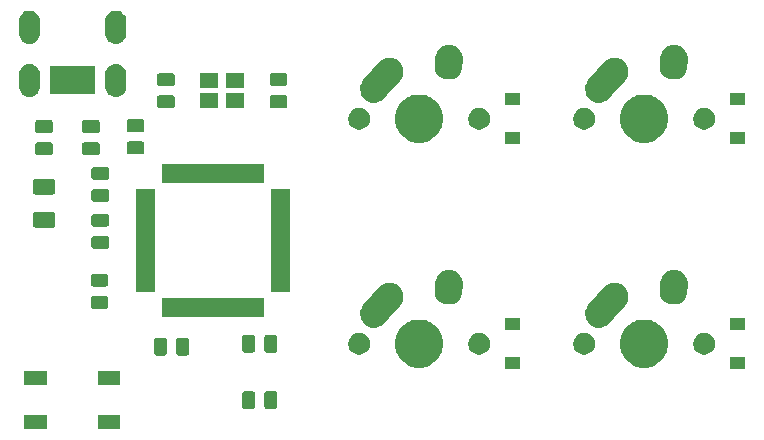
<source format=gbs>
G04 #@! TF.GenerationSoftware,KiCad,Pcbnew,(5.1.4-0-10_14)*
G04 #@! TF.CreationDate,2021-03-21T04:54:58+00:00*
G04 #@! TF.ProjectId,aio3,61696f33-2e6b-4696-9361-645f70636258,rev?*
G04 #@! TF.SameCoordinates,Original*
G04 #@! TF.FileFunction,Soldermask,Bot*
G04 #@! TF.FilePolarity,Negative*
%FSLAX46Y46*%
G04 Gerber Fmt 4.6, Leading zero omitted, Abs format (unit mm)*
G04 Created by KiCad (PCBNEW (5.1.4-0-10_14)) date 2021-03-21 04:54:58*
%MOMM*%
%LPD*%
G04 APERTURE LIST*
%ADD10C,0.100000*%
G04 APERTURE END LIST*
D10*
G36*
X86632750Y-97510500D02*
G01*
X84730750Y-97510500D01*
X84730750Y-96308500D01*
X86632750Y-96308500D01*
X86632750Y-97510500D01*
X86632750Y-97510500D01*
G37*
G36*
X80432750Y-97510500D02*
G01*
X78530750Y-97510500D01*
X78530750Y-96308500D01*
X80432750Y-96308500D01*
X80432750Y-97510500D01*
X80432750Y-97510500D01*
G37*
G36*
X99766218Y-94313065D02*
G01*
X99804888Y-94324796D01*
X99840527Y-94343846D01*
X99871767Y-94369483D01*
X99897404Y-94400723D01*
X99916454Y-94436362D01*
X99928185Y-94475032D01*
X99932750Y-94521388D01*
X99932750Y-95597612D01*
X99928185Y-95643968D01*
X99916454Y-95682638D01*
X99897404Y-95718277D01*
X99871767Y-95749517D01*
X99840527Y-95775154D01*
X99804888Y-95794204D01*
X99766218Y-95805935D01*
X99719862Y-95810500D01*
X99068638Y-95810500D01*
X99022282Y-95805935D01*
X98983612Y-95794204D01*
X98947973Y-95775154D01*
X98916733Y-95749517D01*
X98891096Y-95718277D01*
X98872046Y-95682638D01*
X98860315Y-95643968D01*
X98855750Y-95597612D01*
X98855750Y-94521388D01*
X98860315Y-94475032D01*
X98872046Y-94436362D01*
X98891096Y-94400723D01*
X98916733Y-94369483D01*
X98947973Y-94343846D01*
X98983612Y-94324796D01*
X99022282Y-94313065D01*
X99068638Y-94308500D01*
X99719862Y-94308500D01*
X99766218Y-94313065D01*
X99766218Y-94313065D01*
G37*
G36*
X97891218Y-94313065D02*
G01*
X97929888Y-94324796D01*
X97965527Y-94343846D01*
X97996767Y-94369483D01*
X98022404Y-94400723D01*
X98041454Y-94436362D01*
X98053185Y-94475032D01*
X98057750Y-94521388D01*
X98057750Y-95597612D01*
X98053185Y-95643968D01*
X98041454Y-95682638D01*
X98022404Y-95718277D01*
X97996767Y-95749517D01*
X97965527Y-95775154D01*
X97929888Y-95794204D01*
X97891218Y-95805935D01*
X97844862Y-95810500D01*
X97193638Y-95810500D01*
X97147282Y-95805935D01*
X97108612Y-95794204D01*
X97072973Y-95775154D01*
X97041733Y-95749517D01*
X97016096Y-95718277D01*
X96997046Y-95682638D01*
X96985315Y-95643968D01*
X96980750Y-95597612D01*
X96980750Y-94521388D01*
X96985315Y-94475032D01*
X96997046Y-94436362D01*
X97016096Y-94400723D01*
X97041733Y-94369483D01*
X97072973Y-94343846D01*
X97108612Y-94324796D01*
X97147282Y-94313065D01*
X97193638Y-94308500D01*
X97844862Y-94308500D01*
X97891218Y-94313065D01*
X97891218Y-94313065D01*
G37*
G36*
X86632750Y-93810500D02*
G01*
X84730750Y-93810500D01*
X84730750Y-92608500D01*
X86632750Y-92608500D01*
X86632750Y-93810500D01*
X86632750Y-93810500D01*
G37*
G36*
X80432750Y-93810500D02*
G01*
X78530750Y-93810500D01*
X78530750Y-92608500D01*
X80432750Y-92608500D01*
X80432750Y-93810500D01*
X80432750Y-93810500D01*
G37*
G36*
X139589000Y-92448000D02*
G01*
X138287000Y-92448000D01*
X138287000Y-91446000D01*
X139589000Y-91446000D01*
X139589000Y-92448000D01*
X139589000Y-92448000D01*
G37*
G36*
X120539000Y-92448000D02*
G01*
X119237000Y-92448000D01*
X119237000Y-91446000D01*
X120539000Y-91446000D01*
X120539000Y-92448000D01*
X120539000Y-92448000D01*
G37*
G36*
X131596974Y-88330684D02*
G01*
X131814974Y-88420983D01*
X131969123Y-88484833D01*
X132304048Y-88708623D01*
X132588877Y-88993452D01*
X132812667Y-89328377D01*
X132845062Y-89406586D01*
X132966816Y-89700526D01*
X133045400Y-90095594D01*
X133045400Y-90498406D01*
X132966816Y-90893474D01*
X132915951Y-91016272D01*
X132812667Y-91265623D01*
X132588877Y-91600548D01*
X132304048Y-91885377D01*
X131969123Y-92109167D01*
X131814974Y-92173017D01*
X131596974Y-92263316D01*
X131201906Y-92341900D01*
X130799094Y-92341900D01*
X130404026Y-92263316D01*
X130186026Y-92173017D01*
X130031877Y-92109167D01*
X129696952Y-91885377D01*
X129412123Y-91600548D01*
X129188333Y-91265623D01*
X129085049Y-91016272D01*
X129034184Y-90893474D01*
X128955600Y-90498406D01*
X128955600Y-90095594D01*
X129034184Y-89700526D01*
X129155938Y-89406586D01*
X129188333Y-89328377D01*
X129412123Y-88993452D01*
X129696952Y-88708623D01*
X130031877Y-88484833D01*
X130186026Y-88420983D01*
X130404026Y-88330684D01*
X130799094Y-88252100D01*
X131201906Y-88252100D01*
X131596974Y-88330684D01*
X131596974Y-88330684D01*
G37*
G36*
X112546974Y-88330684D02*
G01*
X112764974Y-88420983D01*
X112919123Y-88484833D01*
X113254048Y-88708623D01*
X113538877Y-88993452D01*
X113762667Y-89328377D01*
X113795062Y-89406586D01*
X113916816Y-89700526D01*
X113995400Y-90095594D01*
X113995400Y-90498406D01*
X113916816Y-90893474D01*
X113865951Y-91016272D01*
X113762667Y-91265623D01*
X113538877Y-91600548D01*
X113254048Y-91885377D01*
X112919123Y-92109167D01*
X112764974Y-92173017D01*
X112546974Y-92263316D01*
X112151906Y-92341900D01*
X111749094Y-92341900D01*
X111354026Y-92263316D01*
X111136026Y-92173017D01*
X110981877Y-92109167D01*
X110646952Y-91885377D01*
X110362123Y-91600548D01*
X110138333Y-91265623D01*
X110035049Y-91016272D01*
X109984184Y-90893474D01*
X109905600Y-90498406D01*
X109905600Y-90095594D01*
X109984184Y-89700526D01*
X110105938Y-89406586D01*
X110138333Y-89328377D01*
X110362123Y-88993452D01*
X110646952Y-88708623D01*
X110981877Y-88484833D01*
X111136026Y-88420983D01*
X111354026Y-88330684D01*
X111749094Y-88252100D01*
X112151906Y-88252100D01*
X112546974Y-88330684D01*
X112546974Y-88330684D01*
G37*
G36*
X92304968Y-89804565D02*
G01*
X92343638Y-89816296D01*
X92379277Y-89835346D01*
X92410517Y-89860983D01*
X92436154Y-89892223D01*
X92455204Y-89927862D01*
X92466935Y-89966532D01*
X92471500Y-90012888D01*
X92471500Y-91089112D01*
X92466935Y-91135468D01*
X92455204Y-91174138D01*
X92436154Y-91209777D01*
X92410517Y-91241017D01*
X92379277Y-91266654D01*
X92343638Y-91285704D01*
X92304968Y-91297435D01*
X92258612Y-91302000D01*
X91607388Y-91302000D01*
X91561032Y-91297435D01*
X91522362Y-91285704D01*
X91486723Y-91266654D01*
X91455483Y-91241017D01*
X91429846Y-91209777D01*
X91410796Y-91174138D01*
X91399065Y-91135468D01*
X91394500Y-91089112D01*
X91394500Y-90012888D01*
X91399065Y-89966532D01*
X91410796Y-89927862D01*
X91429846Y-89892223D01*
X91455483Y-89860983D01*
X91486723Y-89835346D01*
X91522362Y-89816296D01*
X91561032Y-89804565D01*
X91607388Y-89800000D01*
X92258612Y-89800000D01*
X92304968Y-89804565D01*
X92304968Y-89804565D01*
G37*
G36*
X90429968Y-89804565D02*
G01*
X90468638Y-89816296D01*
X90504277Y-89835346D01*
X90535517Y-89860983D01*
X90561154Y-89892223D01*
X90580204Y-89927862D01*
X90591935Y-89966532D01*
X90596500Y-90012888D01*
X90596500Y-91089112D01*
X90591935Y-91135468D01*
X90580204Y-91174138D01*
X90561154Y-91209777D01*
X90535517Y-91241017D01*
X90504277Y-91266654D01*
X90468638Y-91285704D01*
X90429968Y-91297435D01*
X90383612Y-91302000D01*
X89732388Y-91302000D01*
X89686032Y-91297435D01*
X89647362Y-91285704D01*
X89611723Y-91266654D01*
X89580483Y-91241017D01*
X89554846Y-91209777D01*
X89535796Y-91174138D01*
X89524065Y-91135468D01*
X89519500Y-91089112D01*
X89519500Y-90012888D01*
X89524065Y-89966532D01*
X89535796Y-89927862D01*
X89554846Y-89892223D01*
X89580483Y-89860983D01*
X89611723Y-89835346D01*
X89647362Y-89816296D01*
X89686032Y-89804565D01*
X89732388Y-89800000D01*
X90383612Y-89800000D01*
X90429968Y-89804565D01*
X90429968Y-89804565D01*
G37*
G36*
X117300604Y-89406585D02*
G01*
X117469126Y-89476389D01*
X117620791Y-89577728D01*
X117749772Y-89706709D01*
X117851111Y-89858374D01*
X117920915Y-90026896D01*
X117956500Y-90205797D01*
X117956500Y-90388203D01*
X117920915Y-90567104D01*
X117851111Y-90735626D01*
X117749772Y-90887291D01*
X117620791Y-91016272D01*
X117469126Y-91117611D01*
X117300604Y-91187415D01*
X117121703Y-91223000D01*
X116939297Y-91223000D01*
X116760396Y-91187415D01*
X116591874Y-91117611D01*
X116440209Y-91016272D01*
X116311228Y-90887291D01*
X116209889Y-90735626D01*
X116140085Y-90567104D01*
X116104500Y-90388203D01*
X116104500Y-90205797D01*
X116140085Y-90026896D01*
X116209889Y-89858374D01*
X116311228Y-89706709D01*
X116440209Y-89577728D01*
X116591874Y-89476389D01*
X116760396Y-89406585D01*
X116939297Y-89371000D01*
X117121703Y-89371000D01*
X117300604Y-89406585D01*
X117300604Y-89406585D01*
G37*
G36*
X107140604Y-89406585D02*
G01*
X107309126Y-89476389D01*
X107460791Y-89577728D01*
X107589772Y-89706709D01*
X107691111Y-89858374D01*
X107760915Y-90026896D01*
X107796500Y-90205797D01*
X107796500Y-90388203D01*
X107760915Y-90567104D01*
X107691111Y-90735626D01*
X107589772Y-90887291D01*
X107460791Y-91016272D01*
X107309126Y-91117611D01*
X107140604Y-91187415D01*
X106961703Y-91223000D01*
X106779297Y-91223000D01*
X106600396Y-91187415D01*
X106431874Y-91117611D01*
X106280209Y-91016272D01*
X106151228Y-90887291D01*
X106049889Y-90735626D01*
X105980085Y-90567104D01*
X105944500Y-90388203D01*
X105944500Y-90205797D01*
X105980085Y-90026896D01*
X106049889Y-89858374D01*
X106151228Y-89706709D01*
X106280209Y-89577728D01*
X106431874Y-89476389D01*
X106600396Y-89406585D01*
X106779297Y-89371000D01*
X106961703Y-89371000D01*
X107140604Y-89406585D01*
X107140604Y-89406585D01*
G37*
G36*
X136350604Y-89406585D02*
G01*
X136519126Y-89476389D01*
X136670791Y-89577728D01*
X136799772Y-89706709D01*
X136901111Y-89858374D01*
X136970915Y-90026896D01*
X137006500Y-90205797D01*
X137006500Y-90388203D01*
X136970915Y-90567104D01*
X136901111Y-90735626D01*
X136799772Y-90887291D01*
X136670791Y-91016272D01*
X136519126Y-91117611D01*
X136350604Y-91187415D01*
X136171703Y-91223000D01*
X135989297Y-91223000D01*
X135810396Y-91187415D01*
X135641874Y-91117611D01*
X135490209Y-91016272D01*
X135361228Y-90887291D01*
X135259889Y-90735626D01*
X135190085Y-90567104D01*
X135154500Y-90388203D01*
X135154500Y-90205797D01*
X135190085Y-90026896D01*
X135259889Y-89858374D01*
X135361228Y-89706709D01*
X135490209Y-89577728D01*
X135641874Y-89476389D01*
X135810396Y-89406585D01*
X135989297Y-89371000D01*
X136171703Y-89371000D01*
X136350604Y-89406585D01*
X136350604Y-89406585D01*
G37*
G36*
X126190604Y-89406585D02*
G01*
X126359126Y-89476389D01*
X126510791Y-89577728D01*
X126639772Y-89706709D01*
X126741111Y-89858374D01*
X126810915Y-90026896D01*
X126846500Y-90205797D01*
X126846500Y-90388203D01*
X126810915Y-90567104D01*
X126741111Y-90735626D01*
X126639772Y-90887291D01*
X126510791Y-91016272D01*
X126359126Y-91117611D01*
X126190604Y-91187415D01*
X126011703Y-91223000D01*
X125829297Y-91223000D01*
X125650396Y-91187415D01*
X125481874Y-91117611D01*
X125330209Y-91016272D01*
X125201228Y-90887291D01*
X125099889Y-90735626D01*
X125030085Y-90567104D01*
X124994500Y-90388203D01*
X124994500Y-90205797D01*
X125030085Y-90026896D01*
X125099889Y-89858374D01*
X125201228Y-89706709D01*
X125330209Y-89577728D01*
X125481874Y-89476389D01*
X125650396Y-89406585D01*
X125829297Y-89371000D01*
X126011703Y-89371000D01*
X126190604Y-89406585D01*
X126190604Y-89406585D01*
G37*
G36*
X97891218Y-89550565D02*
G01*
X97929888Y-89562296D01*
X97965527Y-89581346D01*
X97996767Y-89606983D01*
X98022404Y-89638223D01*
X98041454Y-89673862D01*
X98053185Y-89712532D01*
X98057750Y-89758888D01*
X98057750Y-90835112D01*
X98053185Y-90881468D01*
X98041454Y-90920138D01*
X98022404Y-90955777D01*
X97996767Y-90987017D01*
X97965527Y-91012654D01*
X97929888Y-91031704D01*
X97891218Y-91043435D01*
X97844862Y-91048000D01*
X97193638Y-91048000D01*
X97147282Y-91043435D01*
X97108612Y-91031704D01*
X97072973Y-91012654D01*
X97041733Y-90987017D01*
X97016096Y-90955777D01*
X96997046Y-90920138D01*
X96985315Y-90881468D01*
X96980750Y-90835112D01*
X96980750Y-89758888D01*
X96985315Y-89712532D01*
X96997046Y-89673862D01*
X97016096Y-89638223D01*
X97041733Y-89606983D01*
X97072973Y-89581346D01*
X97108612Y-89562296D01*
X97147282Y-89550565D01*
X97193638Y-89546000D01*
X97844862Y-89546000D01*
X97891218Y-89550565D01*
X97891218Y-89550565D01*
G37*
G36*
X99766218Y-89550565D02*
G01*
X99804888Y-89562296D01*
X99840527Y-89581346D01*
X99871767Y-89606983D01*
X99897404Y-89638223D01*
X99916454Y-89673862D01*
X99928185Y-89712532D01*
X99932750Y-89758888D01*
X99932750Y-90835112D01*
X99928185Y-90881468D01*
X99916454Y-90920138D01*
X99897404Y-90955777D01*
X99871767Y-90987017D01*
X99840527Y-91012654D01*
X99804888Y-91031704D01*
X99766218Y-91043435D01*
X99719862Y-91048000D01*
X99068638Y-91048000D01*
X99022282Y-91043435D01*
X98983612Y-91031704D01*
X98947973Y-91012654D01*
X98916733Y-90987017D01*
X98891096Y-90955777D01*
X98872046Y-90920138D01*
X98860315Y-90881468D01*
X98855750Y-90835112D01*
X98855750Y-89758888D01*
X98860315Y-89712532D01*
X98872046Y-89673862D01*
X98891096Y-89638223D01*
X98916733Y-89606983D01*
X98947973Y-89581346D01*
X98983612Y-89562296D01*
X99022282Y-89550565D01*
X99068638Y-89546000D01*
X99719862Y-89546000D01*
X99766218Y-89550565D01*
X99766218Y-89550565D01*
G37*
G36*
X120539000Y-89148000D02*
G01*
X119237000Y-89148000D01*
X119237000Y-88146000D01*
X120539000Y-88146000D01*
X120539000Y-89148000D01*
X120539000Y-89148000D01*
G37*
G36*
X139589000Y-89148000D02*
G01*
X138287000Y-89148000D01*
X138287000Y-88146000D01*
X139589000Y-88146000D01*
X139589000Y-89148000D01*
X139589000Y-89148000D01*
G37*
G36*
X109473705Y-85120881D02*
G01*
X109479145Y-85121000D01*
X109566328Y-85121000D01*
X109582597Y-85124236D01*
X109601456Y-85126515D01*
X109618032Y-85127246D01*
X109702723Y-85148010D01*
X109708018Y-85149184D01*
X109793527Y-85166193D01*
X109808862Y-85172545D01*
X109826901Y-85178455D01*
X109843021Y-85182407D01*
X109922004Y-85219280D01*
X109926994Y-85221477D01*
X110007545Y-85254842D01*
X110021341Y-85264060D01*
X110037893Y-85273382D01*
X110052926Y-85280400D01*
X110123194Y-85331971D01*
X110127692Y-85335122D01*
X110200156Y-85383541D01*
X110211883Y-85395268D01*
X110226309Y-85407648D01*
X110239679Y-85417461D01*
X110239680Y-85417462D01*
X110298521Y-85481733D01*
X110302329Y-85485714D01*
X110363959Y-85547344D01*
X110373174Y-85561135D01*
X110384896Y-85576078D01*
X110396105Y-85588321D01*
X110441299Y-85662874D01*
X110444246Y-85667501D01*
X110492658Y-85739955D01*
X110499005Y-85755277D01*
X110507592Y-85772231D01*
X110516191Y-85786417D01*
X110545978Y-85868368D01*
X110547952Y-85873448D01*
X110581307Y-85953973D01*
X110581307Y-85953974D01*
X110584541Y-85970233D01*
X110589658Y-85988542D01*
X110595325Y-86004134D01*
X110608555Y-86090345D01*
X110609501Y-86095713D01*
X110626500Y-86181173D01*
X110626500Y-86197752D01*
X110627944Y-86216692D01*
X110630463Y-86233104D01*
X110626620Y-86320249D01*
X110626500Y-86325689D01*
X110626500Y-86412826D01*
X110625628Y-86417212D01*
X110623266Y-86429083D01*
X110620988Y-86447941D01*
X110620256Y-86464531D01*
X110599488Y-86549237D01*
X110598312Y-86554537D01*
X110581307Y-86640027D01*
X110574957Y-86655357D01*
X110569049Y-86673393D01*
X110565095Y-86689520D01*
X110528211Y-86768526D01*
X110526011Y-86773523D01*
X110492658Y-86854045D01*
X110483444Y-86867835D01*
X110474122Y-86884387D01*
X110467102Y-86899424D01*
X110415511Y-86969720D01*
X110412366Y-86974210D01*
X110363961Y-87046654D01*
X110306960Y-87103655D01*
X110302311Y-87108563D01*
X109870811Y-87589470D01*
X108977223Y-88585376D01*
X108849179Y-88702602D01*
X108750131Y-88762645D01*
X108651083Y-88822689D01*
X108433366Y-88901823D01*
X108204395Y-88936961D01*
X107972970Y-88926754D01*
X107747981Y-88871593D01*
X107643227Y-88822689D01*
X107538079Y-88773602D01*
X107441338Y-88702602D01*
X107351323Y-88636539D01*
X107276894Y-88555241D01*
X107194898Y-88465679D01*
X107113064Y-88330685D01*
X107074811Y-88267583D01*
X106995677Y-88049866D01*
X106960539Y-87820895D01*
X106970746Y-87589470D01*
X107025907Y-87364481D01*
X107085992Y-87235777D01*
X107123898Y-87154580D01*
X107152864Y-87115112D01*
X107226614Y-87014622D01*
X107981745Y-86173027D01*
X108513287Y-85580621D01*
X108524181Y-85566589D01*
X108537039Y-85547346D01*
X108594073Y-85490312D01*
X108598723Y-85485403D01*
X108613778Y-85468624D01*
X108635201Y-85449011D01*
X108639182Y-85445203D01*
X108700846Y-85383539D01*
X108714643Y-85374320D01*
X108729602Y-85362585D01*
X108741821Y-85351398D01*
X108785140Y-85325138D01*
X108816330Y-85306231D01*
X108820921Y-85303308D01*
X108893455Y-85254842D01*
X108908800Y-85248486D01*
X108925748Y-85239901D01*
X108939916Y-85231312D01*
X108939917Y-85231312D01*
X108939918Y-85231311D01*
X109021812Y-85201545D01*
X109026910Y-85199563D01*
X109107473Y-85166193D01*
X109123752Y-85162955D01*
X109142042Y-85157844D01*
X109157635Y-85152177D01*
X109243800Y-85138954D01*
X109249163Y-85138009D01*
X109334673Y-85121000D01*
X109351266Y-85121000D01*
X109370209Y-85119555D01*
X109386606Y-85117039D01*
X109473705Y-85120881D01*
X109473705Y-85120881D01*
G37*
G36*
X128523705Y-85120881D02*
G01*
X128529145Y-85121000D01*
X128616328Y-85121000D01*
X128632597Y-85124236D01*
X128651456Y-85126515D01*
X128668032Y-85127246D01*
X128752723Y-85148010D01*
X128758018Y-85149184D01*
X128843527Y-85166193D01*
X128858862Y-85172545D01*
X128876901Y-85178455D01*
X128893021Y-85182407D01*
X128972004Y-85219280D01*
X128976994Y-85221477D01*
X129057545Y-85254842D01*
X129071341Y-85264060D01*
X129087893Y-85273382D01*
X129102926Y-85280400D01*
X129173194Y-85331971D01*
X129177692Y-85335122D01*
X129250156Y-85383541D01*
X129261883Y-85395268D01*
X129276309Y-85407648D01*
X129289679Y-85417461D01*
X129289680Y-85417462D01*
X129348521Y-85481733D01*
X129352329Y-85485714D01*
X129413959Y-85547344D01*
X129423174Y-85561135D01*
X129434896Y-85576078D01*
X129446105Y-85588321D01*
X129491299Y-85662874D01*
X129494246Y-85667501D01*
X129542658Y-85739955D01*
X129549005Y-85755277D01*
X129557592Y-85772231D01*
X129566191Y-85786417D01*
X129595978Y-85868368D01*
X129597952Y-85873448D01*
X129631307Y-85953973D01*
X129631307Y-85953974D01*
X129634541Y-85970233D01*
X129639658Y-85988542D01*
X129645325Y-86004134D01*
X129658555Y-86090345D01*
X129659501Y-86095713D01*
X129676500Y-86181173D01*
X129676500Y-86197752D01*
X129677944Y-86216692D01*
X129680463Y-86233104D01*
X129676620Y-86320249D01*
X129676500Y-86325689D01*
X129676500Y-86412826D01*
X129675628Y-86417212D01*
X129673266Y-86429083D01*
X129670988Y-86447941D01*
X129670256Y-86464531D01*
X129649488Y-86549237D01*
X129648312Y-86554537D01*
X129631307Y-86640027D01*
X129624957Y-86655357D01*
X129619049Y-86673393D01*
X129615095Y-86689520D01*
X129578211Y-86768526D01*
X129576011Y-86773523D01*
X129542658Y-86854045D01*
X129533444Y-86867835D01*
X129524122Y-86884387D01*
X129517102Y-86899424D01*
X129465511Y-86969720D01*
X129462366Y-86974210D01*
X129413961Y-87046654D01*
X129356960Y-87103655D01*
X129352311Y-87108563D01*
X128920811Y-87589470D01*
X128027223Y-88585376D01*
X127899179Y-88702602D01*
X127800131Y-88762645D01*
X127701083Y-88822689D01*
X127483366Y-88901823D01*
X127254395Y-88936961D01*
X127022970Y-88926754D01*
X126797981Y-88871593D01*
X126693227Y-88822689D01*
X126588079Y-88773602D01*
X126491338Y-88702602D01*
X126401323Y-88636539D01*
X126326894Y-88555241D01*
X126244898Y-88465679D01*
X126163064Y-88330685D01*
X126124811Y-88267583D01*
X126045677Y-88049866D01*
X126010539Y-87820895D01*
X126020746Y-87589470D01*
X126075907Y-87364481D01*
X126135992Y-87235777D01*
X126173898Y-87154580D01*
X126202864Y-87115112D01*
X126276614Y-87014622D01*
X127031745Y-86173027D01*
X127563287Y-85580621D01*
X127574181Y-85566589D01*
X127587039Y-85547346D01*
X127644073Y-85490312D01*
X127648723Y-85485403D01*
X127663778Y-85468624D01*
X127685201Y-85449011D01*
X127689182Y-85445203D01*
X127750846Y-85383539D01*
X127764643Y-85374320D01*
X127779602Y-85362585D01*
X127791821Y-85351398D01*
X127835140Y-85325138D01*
X127866330Y-85306231D01*
X127870921Y-85303308D01*
X127943455Y-85254842D01*
X127958800Y-85248486D01*
X127975748Y-85239901D01*
X127989916Y-85231312D01*
X127989917Y-85231312D01*
X127989918Y-85231311D01*
X128071812Y-85201545D01*
X128076910Y-85199563D01*
X128157473Y-85166193D01*
X128173752Y-85162955D01*
X128192042Y-85157844D01*
X128207635Y-85152177D01*
X128293800Y-85138954D01*
X128299163Y-85138009D01*
X128384673Y-85121000D01*
X128401266Y-85121000D01*
X128420209Y-85119555D01*
X128436606Y-85117039D01*
X128523705Y-85120881D01*
X128523705Y-85120881D01*
G37*
G36*
X98814000Y-88066750D02*
G01*
X90162000Y-88066750D01*
X90162000Y-86464750D01*
X98814000Y-86464750D01*
X98814000Y-88066750D01*
X98814000Y-88066750D01*
G37*
G36*
X85483968Y-86255565D02*
G01*
X85522638Y-86267296D01*
X85558277Y-86286346D01*
X85589517Y-86311983D01*
X85615154Y-86343223D01*
X85634204Y-86378862D01*
X85645935Y-86417532D01*
X85650500Y-86463888D01*
X85650500Y-87115112D01*
X85645935Y-87161468D01*
X85634204Y-87200138D01*
X85615154Y-87235777D01*
X85589517Y-87267017D01*
X85558277Y-87292654D01*
X85522638Y-87311704D01*
X85483968Y-87323435D01*
X85437612Y-87328000D01*
X84361388Y-87328000D01*
X84315032Y-87323435D01*
X84276362Y-87311704D01*
X84240723Y-87292654D01*
X84209483Y-87267017D01*
X84183846Y-87235777D01*
X84164796Y-87200138D01*
X84153065Y-87161468D01*
X84148500Y-87115112D01*
X84148500Y-86463888D01*
X84153065Y-86417532D01*
X84164796Y-86378862D01*
X84183846Y-86343223D01*
X84209483Y-86311983D01*
X84240723Y-86286346D01*
X84276362Y-86267296D01*
X84315032Y-86255565D01*
X84361388Y-86251000D01*
X85437612Y-86251000D01*
X85483968Y-86255565D01*
X85483968Y-86255565D01*
G37*
G36*
X114578627Y-84039261D02*
G01*
X114599400Y-84041000D01*
X114606327Y-84041000D01*
X114701254Y-84059882D01*
X114704848Y-84060542D01*
X114800230Y-84076624D01*
X114806703Y-84079085D01*
X114826728Y-84084841D01*
X114833527Y-84086193D01*
X114895914Y-84112034D01*
X114922943Y-84123230D01*
X114926344Y-84124581D01*
X115016755Y-84158961D01*
X115022627Y-84162640D01*
X115041136Y-84172187D01*
X115047545Y-84174842D01*
X115128063Y-84228642D01*
X115131054Y-84230578D01*
X115213057Y-84281959D01*
X115218084Y-84286700D01*
X115234396Y-84299691D01*
X115240152Y-84303537D01*
X115308610Y-84371995D01*
X115311189Y-84374499D01*
X115381590Y-84440889D01*
X115385595Y-84446519D01*
X115399059Y-84462444D01*
X115403959Y-84467344D01*
X115457744Y-84547839D01*
X115459791Y-84550807D01*
X115515880Y-84629645D01*
X115518714Y-84635958D01*
X115528808Y-84654193D01*
X115532658Y-84659955D01*
X115569720Y-84749430D01*
X115571124Y-84752685D01*
X115610765Y-84840973D01*
X115612315Y-84847725D01*
X115618652Y-84867562D01*
X115621307Y-84873973D01*
X115640192Y-84968917D01*
X115640938Y-84972401D01*
X115662598Y-85066751D01*
X115662598Y-85066754D01*
X115662800Y-85073654D01*
X115665147Y-85094370D01*
X115666500Y-85101174D01*
X115666500Y-85197986D01*
X115666553Y-85201584D01*
X115667688Y-85240277D01*
X115666795Y-85253225D01*
X115666500Y-85261797D01*
X115666500Y-85332826D01*
X115660581Y-85362585D01*
X115660104Y-85364979D01*
X115658000Y-85380750D01*
X115619738Y-85935545D01*
X115590876Y-86106730D01*
X115508538Y-86323255D01*
X115385541Y-86519557D01*
X115226611Y-86688090D01*
X115037855Y-86822380D01*
X114826527Y-86917265D01*
X114600749Y-86969098D01*
X114369198Y-86975889D01*
X114369197Y-86975889D01*
X114323512Y-86968186D01*
X114140770Y-86937376D01*
X113924245Y-86855038D01*
X113727943Y-86732041D01*
X113559410Y-86573111D01*
X113425120Y-86384355D01*
X113330235Y-86173027D01*
X113278402Y-85947249D01*
X113273312Y-85773723D01*
X113314204Y-85180794D01*
X113314500Y-85172196D01*
X113314500Y-85101175D01*
X113333382Y-85006250D01*
X113334044Y-85002645D01*
X113339731Y-84968917D01*
X113350124Y-84907270D01*
X113352585Y-84900799D01*
X113358342Y-84880767D01*
X113359693Y-84873974D01*
X113362343Y-84867576D01*
X113396764Y-84784476D01*
X113398053Y-84781230D01*
X113432462Y-84690745D01*
X113436136Y-84684881D01*
X113445687Y-84666365D01*
X113448342Y-84659955D01*
X113502157Y-84579415D01*
X113504077Y-84576449D01*
X113555459Y-84494443D01*
X113560211Y-84489404D01*
X113573189Y-84473107D01*
X113577037Y-84467348D01*
X113645493Y-84398892D01*
X113648046Y-84396262D01*
X113668523Y-84374548D01*
X113714389Y-84325910D01*
X113720021Y-84321903D01*
X113735947Y-84308438D01*
X113740846Y-84303539D01*
X113821324Y-84249766D01*
X113824306Y-84247710D01*
X113903145Y-84191620D01*
X113909455Y-84188787D01*
X113927694Y-84178691D01*
X113933451Y-84174844D01*
X113933454Y-84174843D01*
X113933455Y-84174842D01*
X114022929Y-84137781D01*
X114026187Y-84136375D01*
X114114473Y-84096735D01*
X114121225Y-84095185D01*
X114141062Y-84088848D01*
X114147473Y-84086193D01*
X114242399Y-84067311D01*
X114245946Y-84066551D01*
X114340251Y-84044901D01*
X114342630Y-84044831D01*
X114347165Y-84044698D01*
X114367881Y-84042351D01*
X114374674Y-84041000D01*
X114471459Y-84041000D01*
X114475084Y-84040947D01*
X114571802Y-84038110D01*
X114578627Y-84039261D01*
X114578627Y-84039261D01*
G37*
G36*
X133628627Y-84039261D02*
G01*
X133649400Y-84041000D01*
X133656327Y-84041000D01*
X133751254Y-84059882D01*
X133754848Y-84060542D01*
X133850230Y-84076624D01*
X133856703Y-84079085D01*
X133876728Y-84084841D01*
X133883527Y-84086193D01*
X133945914Y-84112034D01*
X133972943Y-84123230D01*
X133976344Y-84124581D01*
X134066755Y-84158961D01*
X134072627Y-84162640D01*
X134091136Y-84172187D01*
X134097545Y-84174842D01*
X134178063Y-84228642D01*
X134181054Y-84230578D01*
X134263057Y-84281959D01*
X134268084Y-84286700D01*
X134284396Y-84299691D01*
X134290152Y-84303537D01*
X134358610Y-84371995D01*
X134361189Y-84374499D01*
X134431590Y-84440889D01*
X134435595Y-84446519D01*
X134449059Y-84462444D01*
X134453959Y-84467344D01*
X134507744Y-84547839D01*
X134509791Y-84550807D01*
X134565880Y-84629645D01*
X134568714Y-84635958D01*
X134578808Y-84654193D01*
X134582658Y-84659955D01*
X134619720Y-84749430D01*
X134621124Y-84752685D01*
X134660765Y-84840973D01*
X134662315Y-84847725D01*
X134668652Y-84867562D01*
X134671307Y-84873973D01*
X134690192Y-84968917D01*
X134690938Y-84972401D01*
X134712598Y-85066751D01*
X134712598Y-85066754D01*
X134712800Y-85073654D01*
X134715147Y-85094370D01*
X134716500Y-85101174D01*
X134716500Y-85197986D01*
X134716553Y-85201584D01*
X134717688Y-85240277D01*
X134716795Y-85253225D01*
X134716500Y-85261797D01*
X134716500Y-85332826D01*
X134710581Y-85362585D01*
X134710104Y-85364979D01*
X134708000Y-85380750D01*
X134669738Y-85935545D01*
X134640876Y-86106730D01*
X134558538Y-86323255D01*
X134435541Y-86519557D01*
X134276611Y-86688090D01*
X134087855Y-86822380D01*
X133876527Y-86917265D01*
X133650749Y-86969098D01*
X133419198Y-86975889D01*
X133419197Y-86975889D01*
X133373512Y-86968186D01*
X133190770Y-86937376D01*
X132974245Y-86855038D01*
X132777943Y-86732041D01*
X132609410Y-86573111D01*
X132475120Y-86384355D01*
X132380235Y-86173027D01*
X132328402Y-85947249D01*
X132323312Y-85773723D01*
X132364204Y-85180794D01*
X132364500Y-85172196D01*
X132364500Y-85101175D01*
X132383382Y-85006250D01*
X132384044Y-85002645D01*
X132389731Y-84968917D01*
X132400124Y-84907270D01*
X132402585Y-84900799D01*
X132408342Y-84880767D01*
X132409693Y-84873974D01*
X132412343Y-84867576D01*
X132446764Y-84784476D01*
X132448053Y-84781230D01*
X132482462Y-84690745D01*
X132486136Y-84684881D01*
X132495687Y-84666365D01*
X132498342Y-84659955D01*
X132552157Y-84579415D01*
X132554077Y-84576449D01*
X132605459Y-84494443D01*
X132610211Y-84489404D01*
X132623189Y-84473107D01*
X132627037Y-84467348D01*
X132695493Y-84398892D01*
X132698046Y-84396262D01*
X132718523Y-84374548D01*
X132764389Y-84325910D01*
X132770021Y-84321903D01*
X132785947Y-84308438D01*
X132790846Y-84303539D01*
X132871324Y-84249766D01*
X132874306Y-84247710D01*
X132953145Y-84191620D01*
X132959455Y-84188787D01*
X132977694Y-84178691D01*
X132983451Y-84174844D01*
X132983454Y-84174843D01*
X132983455Y-84174842D01*
X133072929Y-84137781D01*
X133076187Y-84136375D01*
X133164473Y-84096735D01*
X133171225Y-84095185D01*
X133191062Y-84088848D01*
X133197473Y-84086193D01*
X133292399Y-84067311D01*
X133295946Y-84066551D01*
X133390251Y-84044901D01*
X133392630Y-84044831D01*
X133397165Y-84044698D01*
X133417881Y-84042351D01*
X133424674Y-84041000D01*
X133521459Y-84041000D01*
X133525084Y-84040947D01*
X133621802Y-84038110D01*
X133628627Y-84039261D01*
X133628627Y-84039261D01*
G37*
G36*
X89589000Y-85891750D02*
G01*
X87987000Y-85891750D01*
X87987000Y-77239750D01*
X89589000Y-77239750D01*
X89589000Y-85891750D01*
X89589000Y-85891750D01*
G37*
G36*
X100989000Y-85891750D02*
G01*
X99387000Y-85891750D01*
X99387000Y-77239750D01*
X100989000Y-77239750D01*
X100989000Y-85891750D01*
X100989000Y-85891750D01*
G37*
G36*
X85483968Y-84380565D02*
G01*
X85522638Y-84392296D01*
X85558277Y-84411346D01*
X85589517Y-84436983D01*
X85615154Y-84468223D01*
X85634204Y-84503862D01*
X85645935Y-84542532D01*
X85650500Y-84588888D01*
X85650500Y-85240112D01*
X85645935Y-85286468D01*
X85634204Y-85325138D01*
X85615154Y-85360777D01*
X85589517Y-85392017D01*
X85558277Y-85417654D01*
X85522638Y-85436704D01*
X85483968Y-85448435D01*
X85437612Y-85453000D01*
X84361388Y-85453000D01*
X84315032Y-85448435D01*
X84276362Y-85436704D01*
X84240723Y-85417654D01*
X84209483Y-85392017D01*
X84183846Y-85360777D01*
X84164796Y-85325138D01*
X84153065Y-85286468D01*
X84148500Y-85240112D01*
X84148500Y-84588888D01*
X84153065Y-84542532D01*
X84164796Y-84503862D01*
X84183846Y-84468223D01*
X84209483Y-84436983D01*
X84240723Y-84411346D01*
X84276362Y-84392296D01*
X84315032Y-84380565D01*
X84361388Y-84376000D01*
X85437612Y-84376000D01*
X85483968Y-84380565D01*
X85483968Y-84380565D01*
G37*
G36*
X85547468Y-81175565D02*
G01*
X85586138Y-81187296D01*
X85621777Y-81206346D01*
X85653017Y-81231983D01*
X85678654Y-81263223D01*
X85697704Y-81298862D01*
X85709435Y-81337532D01*
X85714000Y-81383888D01*
X85714000Y-82035112D01*
X85709435Y-82081468D01*
X85697704Y-82120138D01*
X85678654Y-82155777D01*
X85653017Y-82187017D01*
X85621777Y-82212654D01*
X85586138Y-82231704D01*
X85547468Y-82243435D01*
X85501112Y-82248000D01*
X84424888Y-82248000D01*
X84378532Y-82243435D01*
X84339862Y-82231704D01*
X84304223Y-82212654D01*
X84272983Y-82187017D01*
X84247346Y-82155777D01*
X84228296Y-82120138D01*
X84216565Y-82081468D01*
X84212000Y-82035112D01*
X84212000Y-81383888D01*
X84216565Y-81337532D01*
X84228296Y-81298862D01*
X84247346Y-81263223D01*
X84272983Y-81231983D01*
X84304223Y-81206346D01*
X84339862Y-81187296D01*
X84378532Y-81175565D01*
X84424888Y-81171000D01*
X85501112Y-81171000D01*
X85547468Y-81175565D01*
X85547468Y-81175565D01*
G37*
G36*
X80969104Y-79119097D02*
G01*
X81005644Y-79130182D01*
X81039321Y-79148183D01*
X81068841Y-79172409D01*
X81093067Y-79201929D01*
X81111068Y-79235606D01*
X81122153Y-79272146D01*
X81126500Y-79316288D01*
X81126500Y-80265212D01*
X81122153Y-80309354D01*
X81111068Y-80345894D01*
X81093067Y-80379571D01*
X81068841Y-80409091D01*
X81039321Y-80433317D01*
X81005644Y-80451318D01*
X80969104Y-80462403D01*
X80924962Y-80466750D01*
X79476038Y-80466750D01*
X79431896Y-80462403D01*
X79395356Y-80451318D01*
X79361679Y-80433317D01*
X79332159Y-80409091D01*
X79307933Y-80379571D01*
X79289932Y-80345894D01*
X79278847Y-80309354D01*
X79274500Y-80265212D01*
X79274500Y-79316288D01*
X79278847Y-79272146D01*
X79289932Y-79235606D01*
X79307933Y-79201929D01*
X79332159Y-79172409D01*
X79361679Y-79148183D01*
X79395356Y-79130182D01*
X79431896Y-79119097D01*
X79476038Y-79114750D01*
X80924962Y-79114750D01*
X80969104Y-79119097D01*
X80969104Y-79119097D01*
G37*
G36*
X85547468Y-79300565D02*
G01*
X85586138Y-79312296D01*
X85621777Y-79331346D01*
X85653017Y-79356983D01*
X85678654Y-79388223D01*
X85697704Y-79423862D01*
X85709435Y-79462532D01*
X85714000Y-79508888D01*
X85714000Y-80160112D01*
X85709435Y-80206468D01*
X85697704Y-80245138D01*
X85678654Y-80280777D01*
X85653017Y-80312017D01*
X85621777Y-80337654D01*
X85586138Y-80356704D01*
X85547468Y-80368435D01*
X85501112Y-80373000D01*
X84424888Y-80373000D01*
X84378532Y-80368435D01*
X84339862Y-80356704D01*
X84304223Y-80337654D01*
X84272983Y-80312017D01*
X84247346Y-80280777D01*
X84228296Y-80245138D01*
X84216565Y-80206468D01*
X84212000Y-80160112D01*
X84212000Y-79508888D01*
X84216565Y-79462532D01*
X84228296Y-79423862D01*
X84247346Y-79388223D01*
X84272983Y-79356983D01*
X84304223Y-79331346D01*
X84339862Y-79312296D01*
X84378532Y-79300565D01*
X84424888Y-79296000D01*
X85501112Y-79296000D01*
X85547468Y-79300565D01*
X85547468Y-79300565D01*
G37*
G36*
X85547468Y-77206815D02*
G01*
X85586138Y-77218546D01*
X85621777Y-77237596D01*
X85653017Y-77263233D01*
X85678654Y-77294473D01*
X85697704Y-77330112D01*
X85709435Y-77368782D01*
X85714000Y-77415138D01*
X85714000Y-78066362D01*
X85709435Y-78112718D01*
X85697704Y-78151388D01*
X85678654Y-78187027D01*
X85653017Y-78218267D01*
X85621777Y-78243904D01*
X85586138Y-78262954D01*
X85547468Y-78274685D01*
X85501112Y-78279250D01*
X84424888Y-78279250D01*
X84378532Y-78274685D01*
X84339862Y-78262954D01*
X84304223Y-78243904D01*
X84272983Y-78218267D01*
X84247346Y-78187027D01*
X84228296Y-78151388D01*
X84216565Y-78112718D01*
X84212000Y-78066362D01*
X84212000Y-77415138D01*
X84216565Y-77368782D01*
X84228296Y-77330112D01*
X84247346Y-77294473D01*
X84272983Y-77263233D01*
X84304223Y-77237596D01*
X84339862Y-77218546D01*
X84378532Y-77206815D01*
X84424888Y-77202250D01*
X85501112Y-77202250D01*
X85547468Y-77206815D01*
X85547468Y-77206815D01*
G37*
G36*
X80969104Y-76319097D02*
G01*
X81005644Y-76330182D01*
X81039321Y-76348183D01*
X81068841Y-76372409D01*
X81093067Y-76401929D01*
X81111068Y-76435606D01*
X81122153Y-76472146D01*
X81126500Y-76516288D01*
X81126500Y-77465212D01*
X81122153Y-77509354D01*
X81111068Y-77545894D01*
X81093067Y-77579571D01*
X81068841Y-77609091D01*
X81039321Y-77633317D01*
X81005644Y-77651318D01*
X80969104Y-77662403D01*
X80924962Y-77666750D01*
X79476038Y-77666750D01*
X79431896Y-77662403D01*
X79395356Y-77651318D01*
X79361679Y-77633317D01*
X79332159Y-77609091D01*
X79307933Y-77579571D01*
X79289932Y-77545894D01*
X79278847Y-77509354D01*
X79274500Y-77465212D01*
X79274500Y-76516288D01*
X79278847Y-76472146D01*
X79289932Y-76435606D01*
X79307933Y-76401929D01*
X79332159Y-76372409D01*
X79361679Y-76348183D01*
X79395356Y-76330182D01*
X79431896Y-76319097D01*
X79476038Y-76314750D01*
X80924962Y-76314750D01*
X80969104Y-76319097D01*
X80969104Y-76319097D01*
G37*
G36*
X98814000Y-76666750D02*
G01*
X90162000Y-76666750D01*
X90162000Y-75064750D01*
X98814000Y-75064750D01*
X98814000Y-76666750D01*
X98814000Y-76666750D01*
G37*
G36*
X85547468Y-75331815D02*
G01*
X85586138Y-75343546D01*
X85621777Y-75362596D01*
X85653017Y-75388233D01*
X85678654Y-75419473D01*
X85697704Y-75455112D01*
X85709435Y-75493782D01*
X85714000Y-75540138D01*
X85714000Y-76191362D01*
X85709435Y-76237718D01*
X85697704Y-76276388D01*
X85678654Y-76312027D01*
X85653017Y-76343267D01*
X85621777Y-76368904D01*
X85586138Y-76387954D01*
X85547468Y-76399685D01*
X85501112Y-76404250D01*
X84424888Y-76404250D01*
X84378532Y-76399685D01*
X84339862Y-76387954D01*
X84304223Y-76368904D01*
X84272983Y-76343267D01*
X84247346Y-76312027D01*
X84228296Y-76276388D01*
X84216565Y-76237718D01*
X84212000Y-76191362D01*
X84212000Y-75540138D01*
X84216565Y-75493782D01*
X84228296Y-75455112D01*
X84247346Y-75419473D01*
X84272983Y-75388233D01*
X84304223Y-75362596D01*
X84339862Y-75343546D01*
X84378532Y-75331815D01*
X84424888Y-75327250D01*
X85501112Y-75327250D01*
X85547468Y-75331815D01*
X85547468Y-75331815D01*
G37*
G36*
X80784968Y-73238065D02*
G01*
X80823638Y-73249796D01*
X80859277Y-73268846D01*
X80890517Y-73294483D01*
X80916154Y-73325723D01*
X80935204Y-73361362D01*
X80946935Y-73400032D01*
X80951500Y-73446388D01*
X80951500Y-74097612D01*
X80946935Y-74143968D01*
X80935204Y-74182638D01*
X80916154Y-74218277D01*
X80890517Y-74249517D01*
X80859277Y-74275154D01*
X80823638Y-74294204D01*
X80784968Y-74305935D01*
X80738612Y-74310500D01*
X79662388Y-74310500D01*
X79616032Y-74305935D01*
X79577362Y-74294204D01*
X79541723Y-74275154D01*
X79510483Y-74249517D01*
X79484846Y-74218277D01*
X79465796Y-74182638D01*
X79454065Y-74143968D01*
X79449500Y-74097612D01*
X79449500Y-73446388D01*
X79454065Y-73400032D01*
X79465796Y-73361362D01*
X79484846Y-73325723D01*
X79510483Y-73294483D01*
X79541723Y-73268846D01*
X79577362Y-73249796D01*
X79616032Y-73238065D01*
X79662388Y-73233500D01*
X80738612Y-73233500D01*
X80784968Y-73238065D01*
X80784968Y-73238065D01*
G37*
G36*
X84753718Y-73238065D02*
G01*
X84792388Y-73249796D01*
X84828027Y-73268846D01*
X84859267Y-73294483D01*
X84884904Y-73325723D01*
X84903954Y-73361362D01*
X84915685Y-73400032D01*
X84920250Y-73446388D01*
X84920250Y-74097612D01*
X84915685Y-74143968D01*
X84903954Y-74182638D01*
X84884904Y-74218277D01*
X84859267Y-74249517D01*
X84828027Y-74275154D01*
X84792388Y-74294204D01*
X84753718Y-74305935D01*
X84707362Y-74310500D01*
X83631138Y-74310500D01*
X83584782Y-74305935D01*
X83546112Y-74294204D01*
X83510473Y-74275154D01*
X83479233Y-74249517D01*
X83453596Y-74218277D01*
X83434546Y-74182638D01*
X83422815Y-74143968D01*
X83418250Y-74097612D01*
X83418250Y-73446388D01*
X83422815Y-73400032D01*
X83434546Y-73361362D01*
X83453596Y-73325723D01*
X83479233Y-73294483D01*
X83510473Y-73268846D01*
X83546112Y-73249796D01*
X83584782Y-73238065D01*
X83631138Y-73233500D01*
X84707362Y-73233500D01*
X84753718Y-73238065D01*
X84753718Y-73238065D01*
G37*
G36*
X88531968Y-73174565D02*
G01*
X88570638Y-73186296D01*
X88606277Y-73205346D01*
X88637517Y-73230983D01*
X88663154Y-73262223D01*
X88682204Y-73297862D01*
X88693935Y-73336532D01*
X88698500Y-73382888D01*
X88698500Y-74034112D01*
X88693935Y-74080468D01*
X88682204Y-74119138D01*
X88663154Y-74154777D01*
X88637517Y-74186017D01*
X88606277Y-74211654D01*
X88570638Y-74230704D01*
X88531968Y-74242435D01*
X88485612Y-74247000D01*
X87409388Y-74247000D01*
X87363032Y-74242435D01*
X87324362Y-74230704D01*
X87288723Y-74211654D01*
X87257483Y-74186017D01*
X87231846Y-74154777D01*
X87212796Y-74119138D01*
X87201065Y-74080468D01*
X87196500Y-74034112D01*
X87196500Y-73382888D01*
X87201065Y-73336532D01*
X87212796Y-73297862D01*
X87231846Y-73262223D01*
X87257483Y-73230983D01*
X87288723Y-73205346D01*
X87324362Y-73186296D01*
X87363032Y-73174565D01*
X87409388Y-73170000D01*
X88485612Y-73170000D01*
X88531968Y-73174565D01*
X88531968Y-73174565D01*
G37*
G36*
X120539000Y-73398000D02*
G01*
X119237000Y-73398000D01*
X119237000Y-72396000D01*
X120539000Y-72396000D01*
X120539000Y-73398000D01*
X120539000Y-73398000D01*
G37*
G36*
X139589000Y-73398000D02*
G01*
X138287000Y-73398000D01*
X138287000Y-72396000D01*
X139589000Y-72396000D01*
X139589000Y-73398000D01*
X139589000Y-73398000D01*
G37*
G36*
X131596974Y-69280684D02*
G01*
X131814974Y-69370983D01*
X131969123Y-69434833D01*
X132304048Y-69658623D01*
X132588877Y-69943452D01*
X132812667Y-70278377D01*
X132845062Y-70356586D01*
X132966816Y-70650526D01*
X133045400Y-71045594D01*
X133045400Y-71448406D01*
X132966816Y-71843474D01*
X132915951Y-71966272D01*
X132812667Y-72215623D01*
X132588877Y-72550548D01*
X132304048Y-72835377D01*
X131969123Y-73059167D01*
X131814974Y-73123017D01*
X131596974Y-73213316D01*
X131201906Y-73291900D01*
X130799094Y-73291900D01*
X130404026Y-73213316D01*
X130186026Y-73123017D01*
X130031877Y-73059167D01*
X129696952Y-72835377D01*
X129412123Y-72550548D01*
X129188333Y-72215623D01*
X129085049Y-71966272D01*
X129034184Y-71843474D01*
X128955600Y-71448406D01*
X128955600Y-71045594D01*
X129034184Y-70650526D01*
X129155938Y-70356586D01*
X129188333Y-70278377D01*
X129412123Y-69943452D01*
X129696952Y-69658623D01*
X130031877Y-69434833D01*
X130186026Y-69370983D01*
X130404026Y-69280684D01*
X130799094Y-69202100D01*
X131201906Y-69202100D01*
X131596974Y-69280684D01*
X131596974Y-69280684D01*
G37*
G36*
X112546974Y-69280684D02*
G01*
X112764974Y-69370983D01*
X112919123Y-69434833D01*
X113254048Y-69658623D01*
X113538877Y-69943452D01*
X113762667Y-70278377D01*
X113795062Y-70356586D01*
X113916816Y-70650526D01*
X113995400Y-71045594D01*
X113995400Y-71448406D01*
X113916816Y-71843474D01*
X113865951Y-71966272D01*
X113762667Y-72215623D01*
X113538877Y-72550548D01*
X113254048Y-72835377D01*
X112919123Y-73059167D01*
X112764974Y-73123017D01*
X112546974Y-73213316D01*
X112151906Y-73291900D01*
X111749094Y-73291900D01*
X111354026Y-73213316D01*
X111136026Y-73123017D01*
X110981877Y-73059167D01*
X110646952Y-72835377D01*
X110362123Y-72550548D01*
X110138333Y-72215623D01*
X110035049Y-71966272D01*
X109984184Y-71843474D01*
X109905600Y-71448406D01*
X109905600Y-71045594D01*
X109984184Y-70650526D01*
X110105938Y-70356586D01*
X110138333Y-70278377D01*
X110362123Y-69943452D01*
X110646952Y-69658623D01*
X110981877Y-69434833D01*
X111136026Y-69370983D01*
X111354026Y-69280684D01*
X111749094Y-69202100D01*
X112151906Y-69202100D01*
X112546974Y-69280684D01*
X112546974Y-69280684D01*
G37*
G36*
X84753718Y-71363065D02*
G01*
X84792388Y-71374796D01*
X84828027Y-71393846D01*
X84859267Y-71419483D01*
X84884904Y-71450723D01*
X84903954Y-71486362D01*
X84915685Y-71525032D01*
X84920250Y-71571388D01*
X84920250Y-72222612D01*
X84915685Y-72268968D01*
X84903954Y-72307638D01*
X84884904Y-72343277D01*
X84859267Y-72374517D01*
X84828027Y-72400154D01*
X84792388Y-72419204D01*
X84753718Y-72430935D01*
X84707362Y-72435500D01*
X83631138Y-72435500D01*
X83584782Y-72430935D01*
X83546112Y-72419204D01*
X83510473Y-72400154D01*
X83479233Y-72374517D01*
X83453596Y-72343277D01*
X83434546Y-72307638D01*
X83422815Y-72268968D01*
X83418250Y-72222612D01*
X83418250Y-71571388D01*
X83422815Y-71525032D01*
X83434546Y-71486362D01*
X83453596Y-71450723D01*
X83479233Y-71419483D01*
X83510473Y-71393846D01*
X83546112Y-71374796D01*
X83584782Y-71363065D01*
X83631138Y-71358500D01*
X84707362Y-71358500D01*
X84753718Y-71363065D01*
X84753718Y-71363065D01*
G37*
G36*
X80784968Y-71363065D02*
G01*
X80823638Y-71374796D01*
X80859277Y-71393846D01*
X80890517Y-71419483D01*
X80916154Y-71450723D01*
X80935204Y-71486362D01*
X80946935Y-71525032D01*
X80951500Y-71571388D01*
X80951500Y-72222612D01*
X80946935Y-72268968D01*
X80935204Y-72307638D01*
X80916154Y-72343277D01*
X80890517Y-72374517D01*
X80859277Y-72400154D01*
X80823638Y-72419204D01*
X80784968Y-72430935D01*
X80738612Y-72435500D01*
X79662388Y-72435500D01*
X79616032Y-72430935D01*
X79577362Y-72419204D01*
X79541723Y-72400154D01*
X79510483Y-72374517D01*
X79484846Y-72343277D01*
X79465796Y-72307638D01*
X79454065Y-72268968D01*
X79449500Y-72222612D01*
X79449500Y-71571388D01*
X79454065Y-71525032D01*
X79465796Y-71486362D01*
X79484846Y-71450723D01*
X79510483Y-71419483D01*
X79541723Y-71393846D01*
X79577362Y-71374796D01*
X79616032Y-71363065D01*
X79662388Y-71358500D01*
X80738612Y-71358500D01*
X80784968Y-71363065D01*
X80784968Y-71363065D01*
G37*
G36*
X88531968Y-71299565D02*
G01*
X88570638Y-71311296D01*
X88606277Y-71330346D01*
X88637517Y-71355983D01*
X88663154Y-71387223D01*
X88682204Y-71422862D01*
X88693935Y-71461532D01*
X88698500Y-71507888D01*
X88698500Y-72159112D01*
X88693935Y-72205468D01*
X88682204Y-72244138D01*
X88663154Y-72279777D01*
X88637517Y-72311017D01*
X88606277Y-72336654D01*
X88570638Y-72355704D01*
X88531968Y-72367435D01*
X88485612Y-72372000D01*
X87409388Y-72372000D01*
X87363032Y-72367435D01*
X87324362Y-72355704D01*
X87288723Y-72336654D01*
X87257483Y-72311017D01*
X87231846Y-72279777D01*
X87212796Y-72244138D01*
X87201065Y-72205468D01*
X87196500Y-72159112D01*
X87196500Y-71507888D01*
X87201065Y-71461532D01*
X87212796Y-71422862D01*
X87231846Y-71387223D01*
X87257483Y-71355983D01*
X87288723Y-71330346D01*
X87324362Y-71311296D01*
X87363032Y-71299565D01*
X87409388Y-71295000D01*
X88485612Y-71295000D01*
X88531968Y-71299565D01*
X88531968Y-71299565D01*
G37*
G36*
X117300604Y-70356585D02*
G01*
X117469126Y-70426389D01*
X117620791Y-70527728D01*
X117749772Y-70656709D01*
X117851111Y-70808374D01*
X117920915Y-70976896D01*
X117956500Y-71155797D01*
X117956500Y-71338203D01*
X117920915Y-71517104D01*
X117851111Y-71685626D01*
X117749772Y-71837291D01*
X117620791Y-71966272D01*
X117469126Y-72067611D01*
X117300604Y-72137415D01*
X117121703Y-72173000D01*
X116939297Y-72173000D01*
X116760396Y-72137415D01*
X116591874Y-72067611D01*
X116440209Y-71966272D01*
X116311228Y-71837291D01*
X116209889Y-71685626D01*
X116140085Y-71517104D01*
X116104500Y-71338203D01*
X116104500Y-71155797D01*
X116140085Y-70976896D01*
X116209889Y-70808374D01*
X116311228Y-70656709D01*
X116440209Y-70527728D01*
X116591874Y-70426389D01*
X116760396Y-70356585D01*
X116939297Y-70321000D01*
X117121703Y-70321000D01*
X117300604Y-70356585D01*
X117300604Y-70356585D01*
G37*
G36*
X107140604Y-70356585D02*
G01*
X107309126Y-70426389D01*
X107460791Y-70527728D01*
X107589772Y-70656709D01*
X107691111Y-70808374D01*
X107760915Y-70976896D01*
X107796500Y-71155797D01*
X107796500Y-71338203D01*
X107760915Y-71517104D01*
X107691111Y-71685626D01*
X107589772Y-71837291D01*
X107460791Y-71966272D01*
X107309126Y-72067611D01*
X107140604Y-72137415D01*
X106961703Y-72173000D01*
X106779297Y-72173000D01*
X106600396Y-72137415D01*
X106431874Y-72067611D01*
X106280209Y-71966272D01*
X106151228Y-71837291D01*
X106049889Y-71685626D01*
X105980085Y-71517104D01*
X105944500Y-71338203D01*
X105944500Y-71155797D01*
X105980085Y-70976896D01*
X106049889Y-70808374D01*
X106151228Y-70656709D01*
X106280209Y-70527728D01*
X106431874Y-70426389D01*
X106600396Y-70356585D01*
X106779297Y-70321000D01*
X106961703Y-70321000D01*
X107140604Y-70356585D01*
X107140604Y-70356585D01*
G37*
G36*
X136350604Y-70356585D02*
G01*
X136519126Y-70426389D01*
X136670791Y-70527728D01*
X136799772Y-70656709D01*
X136901111Y-70808374D01*
X136970915Y-70976896D01*
X137006500Y-71155797D01*
X137006500Y-71338203D01*
X136970915Y-71517104D01*
X136901111Y-71685626D01*
X136799772Y-71837291D01*
X136670791Y-71966272D01*
X136519126Y-72067611D01*
X136350604Y-72137415D01*
X136171703Y-72173000D01*
X135989297Y-72173000D01*
X135810396Y-72137415D01*
X135641874Y-72067611D01*
X135490209Y-71966272D01*
X135361228Y-71837291D01*
X135259889Y-71685626D01*
X135190085Y-71517104D01*
X135154500Y-71338203D01*
X135154500Y-71155797D01*
X135190085Y-70976896D01*
X135259889Y-70808374D01*
X135361228Y-70656709D01*
X135490209Y-70527728D01*
X135641874Y-70426389D01*
X135810396Y-70356585D01*
X135989297Y-70321000D01*
X136171703Y-70321000D01*
X136350604Y-70356585D01*
X136350604Y-70356585D01*
G37*
G36*
X126190604Y-70356585D02*
G01*
X126359126Y-70426389D01*
X126510791Y-70527728D01*
X126639772Y-70656709D01*
X126741111Y-70808374D01*
X126810915Y-70976896D01*
X126846500Y-71155797D01*
X126846500Y-71338203D01*
X126810915Y-71517104D01*
X126741111Y-71685626D01*
X126639772Y-71837291D01*
X126510791Y-71966272D01*
X126359126Y-72067611D01*
X126190604Y-72137415D01*
X126011703Y-72173000D01*
X125829297Y-72173000D01*
X125650396Y-72137415D01*
X125481874Y-72067611D01*
X125330209Y-71966272D01*
X125201228Y-71837291D01*
X125099889Y-71685626D01*
X125030085Y-71517104D01*
X124994500Y-71338203D01*
X124994500Y-71155797D01*
X125030085Y-70976896D01*
X125099889Y-70808374D01*
X125201228Y-70656709D01*
X125330209Y-70527728D01*
X125481874Y-70426389D01*
X125650396Y-70356585D01*
X125829297Y-70321000D01*
X126011703Y-70321000D01*
X126190604Y-70356585D01*
X126190604Y-70356585D01*
G37*
G36*
X94932750Y-70366750D02*
G01*
X93430750Y-70366750D01*
X93430750Y-69064750D01*
X94932750Y-69064750D01*
X94932750Y-70366750D01*
X94932750Y-70366750D01*
G37*
G36*
X97132750Y-70366750D02*
G01*
X95630750Y-70366750D01*
X95630750Y-69064750D01*
X97132750Y-69064750D01*
X97132750Y-70366750D01*
X97132750Y-70366750D01*
G37*
G36*
X100628718Y-69269315D02*
G01*
X100667388Y-69281046D01*
X100703027Y-69300096D01*
X100734267Y-69325733D01*
X100759904Y-69356973D01*
X100778954Y-69392612D01*
X100790685Y-69431282D01*
X100795250Y-69477638D01*
X100795250Y-70128862D01*
X100790685Y-70175218D01*
X100778954Y-70213888D01*
X100759904Y-70249527D01*
X100734267Y-70280767D01*
X100703027Y-70306404D01*
X100667388Y-70325454D01*
X100628718Y-70337185D01*
X100582362Y-70341750D01*
X99506138Y-70341750D01*
X99459782Y-70337185D01*
X99421112Y-70325454D01*
X99385473Y-70306404D01*
X99354233Y-70280767D01*
X99328596Y-70249527D01*
X99309546Y-70213888D01*
X99297815Y-70175218D01*
X99293250Y-70128862D01*
X99293250Y-69477638D01*
X99297815Y-69431282D01*
X99309546Y-69392612D01*
X99328596Y-69356973D01*
X99354233Y-69325733D01*
X99385473Y-69300096D01*
X99421112Y-69281046D01*
X99459782Y-69269315D01*
X99506138Y-69264750D01*
X100582362Y-69264750D01*
X100628718Y-69269315D01*
X100628718Y-69269315D01*
G37*
G36*
X91103718Y-69269315D02*
G01*
X91142388Y-69281046D01*
X91178027Y-69300096D01*
X91209267Y-69325733D01*
X91234904Y-69356973D01*
X91253954Y-69392612D01*
X91265685Y-69431282D01*
X91270250Y-69477638D01*
X91270250Y-70128862D01*
X91265685Y-70175218D01*
X91253954Y-70213888D01*
X91234904Y-70249527D01*
X91209267Y-70280767D01*
X91178027Y-70306404D01*
X91142388Y-70325454D01*
X91103718Y-70337185D01*
X91057362Y-70341750D01*
X89981138Y-70341750D01*
X89934782Y-70337185D01*
X89896112Y-70325454D01*
X89860473Y-70306404D01*
X89829233Y-70280767D01*
X89803596Y-70249527D01*
X89784546Y-70213888D01*
X89772815Y-70175218D01*
X89768250Y-70128862D01*
X89768250Y-69477638D01*
X89772815Y-69431282D01*
X89784546Y-69392612D01*
X89803596Y-69356973D01*
X89829233Y-69325733D01*
X89860473Y-69300096D01*
X89896112Y-69281046D01*
X89934782Y-69269315D01*
X89981138Y-69264750D01*
X91057362Y-69264750D01*
X91103718Y-69269315D01*
X91103718Y-69269315D01*
G37*
G36*
X139589000Y-70098000D02*
G01*
X138287000Y-70098000D01*
X138287000Y-69096000D01*
X139589000Y-69096000D01*
X139589000Y-70098000D01*
X139589000Y-70098000D01*
G37*
G36*
X120539000Y-70098000D02*
G01*
X119237000Y-70098000D01*
X119237000Y-69096000D01*
X120539000Y-69096000D01*
X120539000Y-70098000D01*
X120539000Y-70098000D01*
G37*
G36*
X128523705Y-66070881D02*
G01*
X128529145Y-66071000D01*
X128616328Y-66071000D01*
X128632597Y-66074236D01*
X128651456Y-66076515D01*
X128668032Y-66077246D01*
X128752723Y-66098010D01*
X128758018Y-66099184D01*
X128843527Y-66116193D01*
X128858862Y-66122545D01*
X128876901Y-66128455D01*
X128893021Y-66132407D01*
X128972004Y-66169280D01*
X128976994Y-66171477D01*
X129057545Y-66204842D01*
X129071341Y-66214060D01*
X129087893Y-66223382D01*
X129102926Y-66230400D01*
X129173194Y-66281971D01*
X129177692Y-66285122D01*
X129250156Y-66333541D01*
X129261883Y-66345268D01*
X129276309Y-66357648D01*
X129289679Y-66367461D01*
X129289680Y-66367462D01*
X129348521Y-66431733D01*
X129352329Y-66435714D01*
X129413959Y-66497344D01*
X129423174Y-66511135D01*
X129434896Y-66526078D01*
X129446105Y-66538321D01*
X129491299Y-66612874D01*
X129494246Y-66617501D01*
X129542658Y-66689955D01*
X129549005Y-66705277D01*
X129557592Y-66722231D01*
X129566191Y-66736417D01*
X129595978Y-66818368D01*
X129597952Y-66823448D01*
X129631307Y-66903973D01*
X129631307Y-66903974D01*
X129634541Y-66920233D01*
X129639658Y-66938542D01*
X129645325Y-66954134D01*
X129658555Y-67040345D01*
X129659501Y-67045713D01*
X129676500Y-67131173D01*
X129676500Y-67147752D01*
X129677944Y-67166692D01*
X129680463Y-67183104D01*
X129676620Y-67270249D01*
X129676500Y-67275689D01*
X129676500Y-67362825D01*
X129673266Y-67379083D01*
X129670988Y-67397941D01*
X129670256Y-67414531D01*
X129649488Y-67499237D01*
X129648312Y-67504537D01*
X129631307Y-67590027D01*
X129624957Y-67605357D01*
X129619049Y-67623393D01*
X129615095Y-67639520D01*
X129578211Y-67718526D01*
X129576011Y-67723523D01*
X129542658Y-67804045D01*
X129533444Y-67817835D01*
X129524122Y-67834387D01*
X129517102Y-67849424D01*
X129465511Y-67919720D01*
X129462366Y-67924210D01*
X129413961Y-67996654D01*
X129356960Y-68053655D01*
X129352311Y-68058563D01*
X128270045Y-69264750D01*
X128027223Y-69535376D01*
X127899179Y-69652602D01*
X127800130Y-69712646D01*
X127701083Y-69772689D01*
X127483366Y-69851823D01*
X127254395Y-69886961D01*
X127022970Y-69876754D01*
X126797981Y-69821593D01*
X126693227Y-69772689D01*
X126588079Y-69723602D01*
X126491338Y-69652602D01*
X126401323Y-69586539D01*
X126301623Y-69477638D01*
X126244898Y-69415679D01*
X126174831Y-69300096D01*
X126124811Y-69217583D01*
X126045677Y-68999866D01*
X126010539Y-68770895D01*
X126020746Y-68539470D01*
X126075907Y-68314481D01*
X126130519Y-68197500D01*
X126173898Y-68104580D01*
X126173900Y-68104577D01*
X126276614Y-67964622D01*
X127031745Y-67123027D01*
X127563287Y-66530621D01*
X127574181Y-66516589D01*
X127587039Y-66497346D01*
X127644073Y-66440312D01*
X127648723Y-66435403D01*
X127663778Y-66418624D01*
X127685201Y-66399011D01*
X127689182Y-66395203D01*
X127750846Y-66333539D01*
X127764643Y-66324320D01*
X127779602Y-66312585D01*
X127791821Y-66301398D01*
X127823885Y-66281961D01*
X127866330Y-66256231D01*
X127870921Y-66253308D01*
X127943455Y-66204842D01*
X127958800Y-66198486D01*
X127975748Y-66189901D01*
X127989916Y-66181312D01*
X127989917Y-66181312D01*
X127989918Y-66181311D01*
X128071812Y-66151545D01*
X128076910Y-66149563D01*
X128157473Y-66116193D01*
X128173752Y-66112955D01*
X128192042Y-66107844D01*
X128207635Y-66102177D01*
X128293800Y-66088954D01*
X128299163Y-66088009D01*
X128384673Y-66071000D01*
X128401266Y-66071000D01*
X128420209Y-66069555D01*
X128436606Y-66067039D01*
X128523705Y-66070881D01*
X128523705Y-66070881D01*
G37*
G36*
X109473705Y-66070881D02*
G01*
X109479145Y-66071000D01*
X109566328Y-66071000D01*
X109582597Y-66074236D01*
X109601456Y-66076515D01*
X109618032Y-66077246D01*
X109702723Y-66098010D01*
X109708018Y-66099184D01*
X109793527Y-66116193D01*
X109808862Y-66122545D01*
X109826901Y-66128455D01*
X109843021Y-66132407D01*
X109922004Y-66169280D01*
X109926994Y-66171477D01*
X110007545Y-66204842D01*
X110021341Y-66214060D01*
X110037893Y-66223382D01*
X110052926Y-66230400D01*
X110123194Y-66281971D01*
X110127692Y-66285122D01*
X110200156Y-66333541D01*
X110211883Y-66345268D01*
X110226309Y-66357648D01*
X110239679Y-66367461D01*
X110239680Y-66367462D01*
X110298521Y-66431733D01*
X110302329Y-66435714D01*
X110363959Y-66497344D01*
X110373174Y-66511135D01*
X110384896Y-66526078D01*
X110396105Y-66538321D01*
X110441299Y-66612874D01*
X110444246Y-66617501D01*
X110492658Y-66689955D01*
X110499005Y-66705277D01*
X110507592Y-66722231D01*
X110516191Y-66736417D01*
X110545978Y-66818368D01*
X110547952Y-66823448D01*
X110581307Y-66903973D01*
X110581307Y-66903974D01*
X110584541Y-66920233D01*
X110589658Y-66938542D01*
X110595325Y-66954134D01*
X110608555Y-67040345D01*
X110609501Y-67045713D01*
X110626500Y-67131173D01*
X110626500Y-67147752D01*
X110627944Y-67166692D01*
X110630463Y-67183104D01*
X110626620Y-67270249D01*
X110626500Y-67275689D01*
X110626500Y-67362825D01*
X110623266Y-67379083D01*
X110620988Y-67397941D01*
X110620256Y-67414531D01*
X110599488Y-67499237D01*
X110598312Y-67504537D01*
X110581307Y-67590027D01*
X110574957Y-67605357D01*
X110569049Y-67623393D01*
X110565095Y-67639520D01*
X110528211Y-67718526D01*
X110526011Y-67723523D01*
X110492658Y-67804045D01*
X110483444Y-67817835D01*
X110474122Y-67834387D01*
X110467102Y-67849424D01*
X110415511Y-67919720D01*
X110412366Y-67924210D01*
X110363961Y-67996654D01*
X110306960Y-68053655D01*
X110302311Y-68058563D01*
X109220045Y-69264750D01*
X108977223Y-69535376D01*
X108849179Y-69652602D01*
X108750130Y-69712646D01*
X108651083Y-69772689D01*
X108433366Y-69851823D01*
X108204395Y-69886961D01*
X107972970Y-69876754D01*
X107747981Y-69821593D01*
X107643227Y-69772689D01*
X107538079Y-69723602D01*
X107441338Y-69652602D01*
X107351323Y-69586539D01*
X107251623Y-69477638D01*
X107194898Y-69415679D01*
X107124831Y-69300096D01*
X107074811Y-69217583D01*
X106995677Y-68999866D01*
X106960539Y-68770895D01*
X106970746Y-68539470D01*
X107025907Y-68314481D01*
X107080519Y-68197500D01*
X107123898Y-68104580D01*
X107123900Y-68104577D01*
X107226614Y-67964622D01*
X107981745Y-67123027D01*
X108513287Y-66530621D01*
X108524181Y-66516589D01*
X108537039Y-66497346D01*
X108594073Y-66440312D01*
X108598723Y-66435403D01*
X108613778Y-66418624D01*
X108635201Y-66399011D01*
X108639182Y-66395203D01*
X108700846Y-66333539D01*
X108714643Y-66324320D01*
X108729602Y-66312585D01*
X108741821Y-66301398D01*
X108773885Y-66281961D01*
X108816330Y-66256231D01*
X108820921Y-66253308D01*
X108893455Y-66204842D01*
X108908800Y-66198486D01*
X108925748Y-66189901D01*
X108939916Y-66181312D01*
X108939917Y-66181312D01*
X108939918Y-66181311D01*
X109021812Y-66151545D01*
X109026910Y-66149563D01*
X109107473Y-66116193D01*
X109123752Y-66112955D01*
X109142042Y-66107844D01*
X109157635Y-66102177D01*
X109243800Y-66088954D01*
X109249163Y-66088009D01*
X109334673Y-66071000D01*
X109351266Y-66071000D01*
X109370209Y-66069555D01*
X109386606Y-66067039D01*
X109473705Y-66070881D01*
X109473705Y-66070881D01*
G37*
G36*
X79140127Y-66612037D02*
G01*
X79309966Y-66663557D01*
X79466491Y-66747222D01*
X79502229Y-66776552D01*
X79603686Y-66859814D01*
X79668296Y-66938543D01*
X79716278Y-66997009D01*
X79799943Y-67153534D01*
X79851463Y-67323373D01*
X79864500Y-67455742D01*
X79864500Y-68544258D01*
X79851463Y-68676627D01*
X79799943Y-68846466D01*
X79716278Y-69002991D01*
X79686948Y-69038729D01*
X79603686Y-69140186D01*
X79466489Y-69252779D01*
X79330002Y-69325733D01*
X79309965Y-69336443D01*
X79140126Y-69387963D01*
X78963500Y-69405359D01*
X78786873Y-69387963D01*
X78617034Y-69336443D01*
X78460509Y-69252778D01*
X78398758Y-69202100D01*
X78323314Y-69140186D01*
X78210721Y-69002989D01*
X78127058Y-68846467D01*
X78127057Y-68846465D01*
X78075537Y-68676626D01*
X78062500Y-68544257D01*
X78062501Y-67455742D01*
X78075538Y-67323373D01*
X78127058Y-67153534D01*
X78210723Y-66997009D01*
X78258705Y-66938543D01*
X78323315Y-66859814D01*
X78424772Y-66776552D01*
X78460510Y-66747222D01*
X78617035Y-66663557D01*
X78786874Y-66612037D01*
X78963500Y-66594641D01*
X79140127Y-66612037D01*
X79140127Y-66612037D01*
G37*
G36*
X86440127Y-66612037D02*
G01*
X86609966Y-66663557D01*
X86766491Y-66747222D01*
X86802229Y-66776552D01*
X86903686Y-66859814D01*
X86968296Y-66938543D01*
X87016278Y-66997009D01*
X87099943Y-67153534D01*
X87151463Y-67323373D01*
X87164500Y-67455742D01*
X87164500Y-68544258D01*
X87151463Y-68676627D01*
X87099943Y-68846466D01*
X87016278Y-69002991D01*
X86986948Y-69038729D01*
X86903686Y-69140186D01*
X86766489Y-69252779D01*
X86630002Y-69325733D01*
X86609965Y-69336443D01*
X86440126Y-69387963D01*
X86263500Y-69405359D01*
X86086873Y-69387963D01*
X85917034Y-69336443D01*
X85760509Y-69252778D01*
X85698758Y-69202100D01*
X85623314Y-69140186D01*
X85510721Y-69002989D01*
X85427058Y-68846467D01*
X85427057Y-68846465D01*
X85375537Y-68676626D01*
X85362500Y-68544257D01*
X85362501Y-67455742D01*
X85375538Y-67323373D01*
X85427058Y-67153534D01*
X85510723Y-66997009D01*
X85558705Y-66938543D01*
X85623315Y-66859814D01*
X85724772Y-66776552D01*
X85760510Y-66747222D01*
X85917035Y-66663557D01*
X86086874Y-66612037D01*
X86263500Y-66594641D01*
X86440127Y-66612037D01*
X86440127Y-66612037D01*
G37*
G36*
X84514500Y-69176000D02*
G01*
X80712500Y-69176000D01*
X80712500Y-66824000D01*
X84514500Y-66824000D01*
X84514500Y-69176000D01*
X84514500Y-69176000D01*
G37*
G36*
X94932750Y-68666750D02*
G01*
X93430750Y-68666750D01*
X93430750Y-67364750D01*
X94932750Y-67364750D01*
X94932750Y-68666750D01*
X94932750Y-68666750D01*
G37*
G36*
X97132750Y-68666750D02*
G01*
X95630750Y-68666750D01*
X95630750Y-67364750D01*
X97132750Y-67364750D01*
X97132750Y-68666750D01*
X97132750Y-68666750D01*
G37*
G36*
X100628718Y-67394315D02*
G01*
X100667388Y-67406046D01*
X100703027Y-67425096D01*
X100734267Y-67450733D01*
X100759904Y-67481973D01*
X100778954Y-67517612D01*
X100790685Y-67556282D01*
X100795250Y-67602638D01*
X100795250Y-68253862D01*
X100790685Y-68300218D01*
X100778954Y-68338888D01*
X100759904Y-68374527D01*
X100734267Y-68405767D01*
X100703027Y-68431404D01*
X100667388Y-68450454D01*
X100628718Y-68462185D01*
X100582362Y-68466750D01*
X99506138Y-68466750D01*
X99459782Y-68462185D01*
X99421112Y-68450454D01*
X99385473Y-68431404D01*
X99354233Y-68405767D01*
X99328596Y-68374527D01*
X99309546Y-68338888D01*
X99297815Y-68300218D01*
X99293250Y-68253862D01*
X99293250Y-67602638D01*
X99297815Y-67556282D01*
X99309546Y-67517612D01*
X99328596Y-67481973D01*
X99354233Y-67450733D01*
X99385473Y-67425096D01*
X99421112Y-67406046D01*
X99459782Y-67394315D01*
X99506138Y-67389750D01*
X100582362Y-67389750D01*
X100628718Y-67394315D01*
X100628718Y-67394315D01*
G37*
G36*
X91103718Y-67394315D02*
G01*
X91142388Y-67406046D01*
X91178027Y-67425096D01*
X91209267Y-67450733D01*
X91234904Y-67481973D01*
X91253954Y-67517612D01*
X91265685Y-67556282D01*
X91270250Y-67602638D01*
X91270250Y-68253862D01*
X91265685Y-68300218D01*
X91253954Y-68338888D01*
X91234904Y-68374527D01*
X91209267Y-68405767D01*
X91178027Y-68431404D01*
X91142388Y-68450454D01*
X91103718Y-68462185D01*
X91057362Y-68466750D01*
X89981138Y-68466750D01*
X89934782Y-68462185D01*
X89896112Y-68450454D01*
X89860473Y-68431404D01*
X89829233Y-68405767D01*
X89803596Y-68374527D01*
X89784546Y-68338888D01*
X89772815Y-68300218D01*
X89768250Y-68253862D01*
X89768250Y-67602638D01*
X89772815Y-67556282D01*
X89784546Y-67517612D01*
X89803596Y-67481973D01*
X89829233Y-67450733D01*
X89860473Y-67425096D01*
X89896112Y-67406046D01*
X89934782Y-67394315D01*
X89981138Y-67389750D01*
X91057362Y-67389750D01*
X91103718Y-67394315D01*
X91103718Y-67394315D01*
G37*
G36*
X133628627Y-64989261D02*
G01*
X133649400Y-64991000D01*
X133656327Y-64991000D01*
X133751254Y-65009882D01*
X133754848Y-65010542D01*
X133850230Y-65026624D01*
X133856703Y-65029085D01*
X133876728Y-65034841D01*
X133883527Y-65036193D01*
X133945914Y-65062034D01*
X133972943Y-65073230D01*
X133976344Y-65074581D01*
X134066755Y-65108961D01*
X134072627Y-65112640D01*
X134091136Y-65122187D01*
X134097545Y-65124842D01*
X134178063Y-65178642D01*
X134181054Y-65180578D01*
X134263057Y-65231959D01*
X134268084Y-65236700D01*
X134284396Y-65249691D01*
X134290152Y-65253537D01*
X134358610Y-65321995D01*
X134361189Y-65324499D01*
X134431590Y-65390889D01*
X134435595Y-65396519D01*
X134449059Y-65412444D01*
X134453959Y-65417344D01*
X134507744Y-65497839D01*
X134509791Y-65500807D01*
X134565880Y-65579645D01*
X134568714Y-65585958D01*
X134578808Y-65604193D01*
X134582658Y-65609955D01*
X134619720Y-65699430D01*
X134621124Y-65702685D01*
X134660765Y-65790973D01*
X134662315Y-65797725D01*
X134668652Y-65817562D01*
X134671307Y-65823973D01*
X134690192Y-65918917D01*
X134690938Y-65922401D01*
X134712598Y-66016751D01*
X134712598Y-66016754D01*
X134712800Y-66023654D01*
X134715147Y-66044370D01*
X134716500Y-66051174D01*
X134716500Y-66147986D01*
X134716553Y-66151584D01*
X134717688Y-66190277D01*
X134716795Y-66203225D01*
X134716500Y-66211797D01*
X134716500Y-66282826D01*
X134710581Y-66312585D01*
X134710104Y-66314979D01*
X134708000Y-66330750D01*
X134669738Y-66885545D01*
X134640876Y-67056730D01*
X134558538Y-67273255D01*
X134435541Y-67469557D01*
X134276611Y-67638090D01*
X134087855Y-67772380D01*
X133876527Y-67867265D01*
X133650749Y-67919098D01*
X133419198Y-67925889D01*
X133419197Y-67925889D01*
X133373512Y-67918186D01*
X133190770Y-67887376D01*
X132974245Y-67805038D01*
X132777943Y-67682041D01*
X132609410Y-67523111D01*
X132475120Y-67334355D01*
X132380235Y-67123027D01*
X132328402Y-66897249D01*
X132323312Y-66723723D01*
X132364204Y-66130794D01*
X132364500Y-66122196D01*
X132364500Y-66051175D01*
X132383382Y-65956250D01*
X132384044Y-65952645D01*
X132389731Y-65918917D01*
X132400124Y-65857270D01*
X132402585Y-65850799D01*
X132408342Y-65830767D01*
X132409693Y-65823974D01*
X132412343Y-65817576D01*
X132446764Y-65734476D01*
X132448053Y-65731230D01*
X132482462Y-65640745D01*
X132486136Y-65634881D01*
X132495687Y-65616365D01*
X132498342Y-65609955D01*
X132552157Y-65529415D01*
X132554077Y-65526449D01*
X132605459Y-65444443D01*
X132610211Y-65439404D01*
X132623189Y-65423107D01*
X132627037Y-65417348D01*
X132695493Y-65348892D01*
X132698046Y-65346262D01*
X132718523Y-65324548D01*
X132764389Y-65275910D01*
X132770021Y-65271903D01*
X132785947Y-65258438D01*
X132790846Y-65253539D01*
X132871324Y-65199766D01*
X132874306Y-65197710D01*
X132953145Y-65141620D01*
X132959455Y-65138787D01*
X132977694Y-65128691D01*
X132983451Y-65124844D01*
X132983454Y-65124843D01*
X132983455Y-65124842D01*
X133072929Y-65087781D01*
X133076187Y-65086375D01*
X133164473Y-65046735D01*
X133171225Y-65045185D01*
X133191062Y-65038848D01*
X133197473Y-65036193D01*
X133292399Y-65017311D01*
X133295946Y-65016551D01*
X133390251Y-64994901D01*
X133392630Y-64994831D01*
X133397165Y-64994698D01*
X133417881Y-64992351D01*
X133424674Y-64991000D01*
X133521459Y-64991000D01*
X133525084Y-64990947D01*
X133621802Y-64988110D01*
X133628627Y-64989261D01*
X133628627Y-64989261D01*
G37*
G36*
X114578627Y-64989261D02*
G01*
X114599400Y-64991000D01*
X114606327Y-64991000D01*
X114701254Y-65009882D01*
X114704848Y-65010542D01*
X114800230Y-65026624D01*
X114806703Y-65029085D01*
X114826728Y-65034841D01*
X114833527Y-65036193D01*
X114895914Y-65062034D01*
X114922943Y-65073230D01*
X114926344Y-65074581D01*
X115016755Y-65108961D01*
X115022627Y-65112640D01*
X115041136Y-65122187D01*
X115047545Y-65124842D01*
X115128063Y-65178642D01*
X115131054Y-65180578D01*
X115213057Y-65231959D01*
X115218084Y-65236700D01*
X115234396Y-65249691D01*
X115240152Y-65253537D01*
X115308610Y-65321995D01*
X115311189Y-65324499D01*
X115381590Y-65390889D01*
X115385595Y-65396519D01*
X115399059Y-65412444D01*
X115403959Y-65417344D01*
X115457744Y-65497839D01*
X115459791Y-65500807D01*
X115515880Y-65579645D01*
X115518714Y-65585958D01*
X115528808Y-65604193D01*
X115532658Y-65609955D01*
X115569720Y-65699430D01*
X115571124Y-65702685D01*
X115610765Y-65790973D01*
X115612315Y-65797725D01*
X115618652Y-65817562D01*
X115621307Y-65823973D01*
X115640192Y-65918917D01*
X115640938Y-65922401D01*
X115662598Y-66016751D01*
X115662598Y-66016754D01*
X115662800Y-66023654D01*
X115665147Y-66044370D01*
X115666500Y-66051174D01*
X115666500Y-66147986D01*
X115666553Y-66151584D01*
X115667688Y-66190277D01*
X115666795Y-66203225D01*
X115666500Y-66211797D01*
X115666500Y-66282826D01*
X115660581Y-66312585D01*
X115660104Y-66314979D01*
X115658000Y-66330750D01*
X115619738Y-66885545D01*
X115590876Y-67056730D01*
X115508538Y-67273255D01*
X115385541Y-67469557D01*
X115226611Y-67638090D01*
X115037855Y-67772380D01*
X114826527Y-67867265D01*
X114600749Y-67919098D01*
X114369198Y-67925889D01*
X114369197Y-67925889D01*
X114323512Y-67918186D01*
X114140770Y-67887376D01*
X113924245Y-67805038D01*
X113727943Y-67682041D01*
X113559410Y-67523111D01*
X113425120Y-67334355D01*
X113330235Y-67123027D01*
X113278402Y-66897249D01*
X113273312Y-66723723D01*
X113314204Y-66130794D01*
X113314500Y-66122196D01*
X113314500Y-66051175D01*
X113333382Y-65956250D01*
X113334044Y-65952645D01*
X113339731Y-65918917D01*
X113350124Y-65857270D01*
X113352585Y-65850799D01*
X113358342Y-65830767D01*
X113359693Y-65823974D01*
X113362343Y-65817576D01*
X113396764Y-65734476D01*
X113398053Y-65731230D01*
X113432462Y-65640745D01*
X113436136Y-65634881D01*
X113445687Y-65616365D01*
X113448342Y-65609955D01*
X113502157Y-65529415D01*
X113504077Y-65526449D01*
X113555459Y-65444443D01*
X113560211Y-65439404D01*
X113573189Y-65423107D01*
X113577037Y-65417348D01*
X113645493Y-65348892D01*
X113648046Y-65346262D01*
X113668523Y-65324548D01*
X113714389Y-65275910D01*
X113720021Y-65271903D01*
X113735947Y-65258438D01*
X113740846Y-65253539D01*
X113821324Y-65199766D01*
X113824306Y-65197710D01*
X113903145Y-65141620D01*
X113909455Y-65138787D01*
X113927694Y-65128691D01*
X113933451Y-65124844D01*
X113933454Y-65124843D01*
X113933455Y-65124842D01*
X114022929Y-65087781D01*
X114026187Y-65086375D01*
X114114473Y-65046735D01*
X114121225Y-65045185D01*
X114141062Y-65038848D01*
X114147473Y-65036193D01*
X114242399Y-65017311D01*
X114245946Y-65016551D01*
X114340251Y-64994901D01*
X114342630Y-64994831D01*
X114347165Y-64994698D01*
X114367881Y-64992351D01*
X114374674Y-64991000D01*
X114471459Y-64991000D01*
X114475084Y-64990947D01*
X114571802Y-64988110D01*
X114578627Y-64989261D01*
X114578627Y-64989261D01*
G37*
G36*
X86440127Y-62112037D02*
G01*
X86609966Y-62163557D01*
X86766491Y-62247222D01*
X86802229Y-62276552D01*
X86903686Y-62359814D01*
X86986948Y-62461271D01*
X87016278Y-62497009D01*
X87099943Y-62653534D01*
X87151463Y-62823373D01*
X87164500Y-62955742D01*
X87164500Y-64044258D01*
X87151463Y-64176627D01*
X87099943Y-64346466D01*
X87016278Y-64502991D01*
X86986948Y-64538729D01*
X86903686Y-64640186D01*
X86766489Y-64752779D01*
X86609967Y-64836442D01*
X86609965Y-64836443D01*
X86440126Y-64887963D01*
X86263500Y-64905359D01*
X86086873Y-64887963D01*
X85917034Y-64836443D01*
X85760509Y-64752778D01*
X85724771Y-64723448D01*
X85623314Y-64640186D01*
X85510721Y-64502989D01*
X85427058Y-64346467D01*
X85427057Y-64346465D01*
X85375537Y-64176626D01*
X85362500Y-64044257D01*
X85362501Y-62955742D01*
X85375538Y-62823373D01*
X85427058Y-62653534D01*
X85510723Y-62497009D01*
X85540053Y-62461271D01*
X85623315Y-62359814D01*
X85724772Y-62276552D01*
X85760510Y-62247222D01*
X85917035Y-62163557D01*
X86086874Y-62112037D01*
X86263500Y-62094641D01*
X86440127Y-62112037D01*
X86440127Y-62112037D01*
G37*
G36*
X79140127Y-62112037D02*
G01*
X79309966Y-62163557D01*
X79466491Y-62247222D01*
X79502229Y-62276552D01*
X79603686Y-62359814D01*
X79686948Y-62461271D01*
X79716278Y-62497009D01*
X79799943Y-62653534D01*
X79851463Y-62823373D01*
X79864500Y-62955742D01*
X79864500Y-64044258D01*
X79851463Y-64176627D01*
X79799943Y-64346466D01*
X79716278Y-64502991D01*
X79686948Y-64538729D01*
X79603686Y-64640186D01*
X79466489Y-64752779D01*
X79309967Y-64836442D01*
X79309965Y-64836443D01*
X79140126Y-64887963D01*
X78963500Y-64905359D01*
X78786873Y-64887963D01*
X78617034Y-64836443D01*
X78460509Y-64752778D01*
X78424771Y-64723448D01*
X78323314Y-64640186D01*
X78210721Y-64502989D01*
X78127058Y-64346467D01*
X78127057Y-64346465D01*
X78075537Y-64176626D01*
X78062500Y-64044257D01*
X78062501Y-62955742D01*
X78075538Y-62823373D01*
X78127058Y-62653534D01*
X78210723Y-62497009D01*
X78240053Y-62461271D01*
X78323315Y-62359814D01*
X78424772Y-62276552D01*
X78460510Y-62247222D01*
X78617035Y-62163557D01*
X78786874Y-62112037D01*
X78963500Y-62094641D01*
X79140127Y-62112037D01*
X79140127Y-62112037D01*
G37*
M02*

</source>
